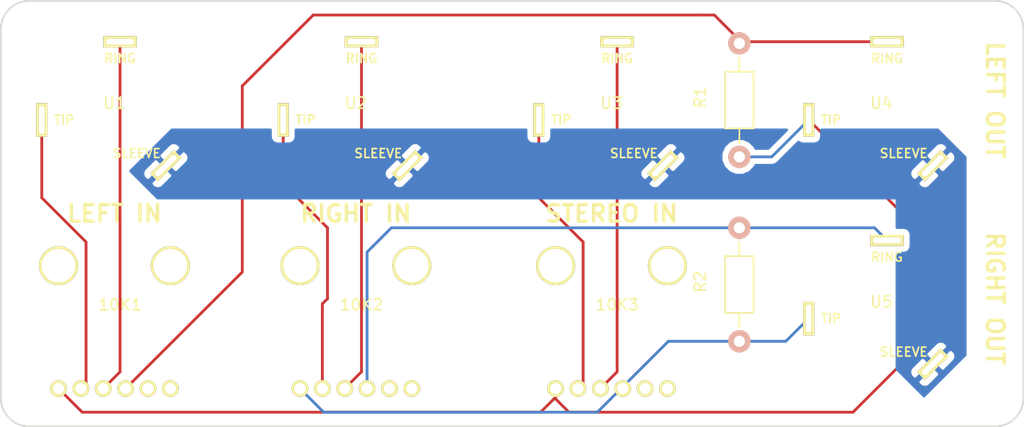
<source format=kicad_pcb>
(kicad_pcb (version 4) (host pcbnew 4.0.2-stable)

  (general
    (links 20)
    (no_connects 0)
    (area 111.684999 98.984999 203.275001 137.235001)
    (thickness 1.6)
    (drawings 18)
    (tracks 53)
    (zones 0)
    (modules 10)
    (nets 12)
  )

  (page A4)
  (layers
    (0 F.Cu signal)
    (31 B.Cu signal)
    (32 B.Adhes user hide)
    (33 F.Adhes user hide)
    (34 B.Paste user hide)
    (35 F.Paste user hide)
    (36 B.SilkS user hide)
    (37 F.SilkS user)
    (38 B.Mask user hide)
    (39 F.Mask user hide)
    (40 Dwgs.User user hide)
    (41 Cmts.User user hide)
    (42 Eco1.User user hide)
    (43 Eco2.User user hide)
    (44 Edge.Cuts user)
    (45 Margin user)
    (46 B.CrtYd user)
    (47 F.CrtYd user)
    (48 B.Fab user)
    (49 F.Fab user)
  )

  (setup
    (last_trace_width 0.25)
    (trace_clearance 0.2)
    (zone_clearance 0.508)
    (zone_45_only no)
    (trace_min 0.2)
    (segment_width 0.2)
    (edge_width 0.15)
    (via_size 0.6)
    (via_drill 0.4)
    (via_min_size 0.4)
    (via_min_drill 0.3)
    (uvia_size 0.3)
    (uvia_drill 0.1)
    (uvias_allowed no)
    (uvia_min_size 0.2)
    (uvia_min_drill 0.1)
    (pcb_text_width 0.3)
    (pcb_text_size 1.5 1.5)
    (mod_edge_width 0.15)
    (mod_text_size 1 1)
    (mod_text_width 0.15)
    (pad_size 1.524 1.524)
    (pad_drill 0.762)
    (pad_to_mask_clearance 0.2)
    (aux_axis_origin 0 0)
    (visible_elements FFFEFF7F)
    (pcbplotparams
      (layerselection 0x00030_80000001)
      (usegerberextensions false)
      (excludeedgelayer true)
      (linewidth 0.100000)
      (plotframeref false)
      (viasonmask false)
      (mode 1)
      (useauxorigin false)
      (hpglpennumber 1)
      (hpglpenspeed 20)
      (hpglpendiameter 15)
      (hpglpenoverlay 2)
      (psnegative false)
      (psa4output false)
      (plotreference true)
      (plotvalue true)
      (plotinvisibletext false)
      (padsonsilk false)
      (subtractmaskfromsilk false)
      (outputformat 1)
      (mirror false)
      (drillshape 1)
      (scaleselection 1)
      (outputdirectory ""))
  )

  (net 0 "")
  (net 1 "Net-(10K1-Pad2)")
  (net 2 "Net-(10K1-Pad1)")
  (net 3 "Net-(10K1-Pad4)")
  (net 4 "Net-(10K1-Pad5)")
  (net 5 "Net-(10K2-Pad2)")
  (net 6 "Net-(10K2-Pad1)")
  (net 7 "Net-(10K2-Pad4)")
  (net 8 "Net-(10K2-Pad5)")
  (net 9 "Net-(10K3-Pad1)")
  (net 10 "Net-(10K3-Pad4)")
  (net 11 GND)

  (net_class Default "This is the default net class."
    (clearance 0.2)
    (trace_width 0.25)
    (via_dia 0.6)
    (via_drill 0.4)
    (uvia_dia 0.3)
    (uvia_drill 0.1)
    (add_net GND)
    (add_net "Net-(10K1-Pad1)")
    (add_net "Net-(10K1-Pad2)")
    (add_net "Net-(10K1-Pad4)")
    (add_net "Net-(10K1-Pad5)")
    (add_net "Net-(10K2-Pad1)")
    (add_net "Net-(10K2-Pad2)")
    (add_net "Net-(10K2-Pad4)")
    (add_net "Net-(10K2-Pad5)")
    (add_net "Net-(10K3-Pad1)")
    (add_net "Net-(10K3-Pad4)")
  )

  (module audio:alps-dual-gang-vertical-pot-RK12L12C0A0G (layer F.Cu) (tedit 5762039E) (tstamp 57620510)
    (at 121.92 128.27)
    (path /57600461)
    (fp_text reference 10K1 (at 0.5 -2) (layer F.SilkS)
      (effects (font (size 1 1) (thickness 0.15)))
    )
    (fp_text value DUAL_POT (at 0.5 1.5) (layer F.Fab)
      (effects (font (size 1 1) (thickness 0.15)))
    )
    (pad b thru_hole circle (at -5 -5.5) (size 3.5 3.5) (drill 3) (layers *.Cu *.Mask F.SilkS))
    (pad 3 thru_hole circle (at 5 5.5) (size 1.5 1.5) (drill 1) (layers *.Cu *.Mask F.SilkS))
    (pad 6 thru_hole circle (at 3 5.5) (size 1.5 1.5) (drill 1) (layers *.Cu *.Mask F.SilkS))
    (pad 2 thru_hole circle (at -5 5.5) (size 1.5 1.5) (drill 1) (layers *.Cu *.Mask F.SilkS)
      (net 1 "Net-(10K1-Pad2)"))
    (pad 1 thru_hole circle (at -3 5.5) (size 1.5 1.5) (drill 1) (layers *.Cu *.Mask F.SilkS)
      (net 2 "Net-(10K1-Pad1)"))
    (pad 4 thru_hole circle (at -1 5.5) (size 1.5 1.5) (drill 1) (layers *.Cu *.Mask F.SilkS)
      (net 3 "Net-(10K1-Pad4)"))
    (pad 5 thru_hole circle (at 1 5.5) (size 1.5 1.5) (drill 1) (layers *.Cu *.Mask F.SilkS)
      (net 4 "Net-(10K1-Pad5)"))
    (pad a thru_hole circle (at 5 -5.5) (size 3.5 3.5) (drill 3) (layers *.Cu *.Mask F.SilkS))
  )

  (module audio:alps-dual-gang-vertical-pot-RK12L12C0A0G (layer F.Cu) (tedit 5762039E) (tstamp 5762051C)
    (at 143.51 128.27)
    (path /576005CD)
    (fp_text reference 10K2 (at 0.5 -2) (layer F.SilkS)
      (effects (font (size 1 1) (thickness 0.15)))
    )
    (fp_text value DUAL_POT (at 0.5 1.5) (layer F.Fab)
      (effects (font (size 1 1) (thickness 0.15)))
    )
    (pad b thru_hole circle (at -5 -5.5) (size 3.5 3.5) (drill 3) (layers *.Cu *.Mask F.SilkS))
    (pad 3 thru_hole circle (at 5 5.5) (size 1.5 1.5) (drill 1) (layers *.Cu *.Mask F.SilkS))
    (pad 6 thru_hole circle (at 3 5.5) (size 1.5 1.5) (drill 1) (layers *.Cu *.Mask F.SilkS))
    (pad 2 thru_hole circle (at -5 5.5) (size 1.5 1.5) (drill 1) (layers *.Cu *.Mask F.SilkS)
      (net 5 "Net-(10K2-Pad2)"))
    (pad 1 thru_hole circle (at -3 5.5) (size 1.5 1.5) (drill 1) (layers *.Cu *.Mask F.SilkS)
      (net 6 "Net-(10K2-Pad1)"))
    (pad 4 thru_hole circle (at -1 5.5) (size 1.5 1.5) (drill 1) (layers *.Cu *.Mask F.SilkS)
      (net 7 "Net-(10K2-Pad4)"))
    (pad 5 thru_hole circle (at 1 5.5) (size 1.5 1.5) (drill 1) (layers *.Cu *.Mask F.SilkS)
      (net 8 "Net-(10K2-Pad5)"))
    (pad a thru_hole circle (at 5 -5.5) (size 3.5 3.5) (drill 3) (layers *.Cu *.Mask F.SilkS))
  )

  (module audio:alps-dual-gang-vertical-pot-RK12L12C0A0G (layer F.Cu) (tedit 5762039E) (tstamp 57620528)
    (at 166.37 128.27)
    (path /57600691)
    (fp_text reference 10K3 (at 0.5 -2) (layer F.SilkS)
      (effects (font (size 1 1) (thickness 0.15)))
    )
    (fp_text value DUAL_POT (at 0.5 1.5) (layer F.Fab)
      (effects (font (size 1 1) (thickness 0.15)))
    )
    (pad b thru_hole circle (at -5 -5.5) (size 3.5 3.5) (drill 3) (layers *.Cu *.Mask F.SilkS))
    (pad 3 thru_hole circle (at 5 5.5) (size 1.5 1.5) (drill 1) (layers *.Cu *.Mask F.SilkS))
    (pad 6 thru_hole circle (at 3 5.5) (size 1.5 1.5) (drill 1) (layers *.Cu *.Mask F.SilkS))
    (pad 2 thru_hole circle (at -5 5.5) (size 1.5 1.5) (drill 1) (layers *.Cu *.Mask F.SilkS)
      (net 1 "Net-(10K1-Pad2)"))
    (pad 1 thru_hole circle (at -3 5.5) (size 1.5 1.5) (drill 1) (layers *.Cu *.Mask F.SilkS)
      (net 9 "Net-(10K3-Pad1)"))
    (pad 4 thru_hole circle (at -1 5.5) (size 1.5 1.5) (drill 1) (layers *.Cu *.Mask F.SilkS)
      (net 10 "Net-(10K3-Pad4)"))
    (pad 5 thru_hole circle (at 1 5.5) (size 1.5 1.5) (drill 1) (layers *.Cu *.Mask F.SilkS)
      (net 5 "Net-(10K2-Pad2)"))
    (pad a thru_hole circle (at 5 -5.5) (size 3.5 3.5) (drill 3) (layers *.Cu *.Mask F.SilkS))
  )

  (module audio:0.25-jack (layer F.Cu) (tedit 57620071) (tstamp 57620532)
    (at 121.92 109.22)
    (path /576202BA)
    (fp_text reference U1 (at 0 -1) (layer F.SilkS)
      (effects (font (size 1 1) (thickness 0.15)))
    )
    (fp_text value 0.25mm_Jack (at 0 1) (layer F.Fab)
      (effects (font (size 1 1) (thickness 0.15)))
    )
    (fp_text user SLEEVE (at 2 3.5) (layer F.SilkS)
      (effects (font (size 0.8 0.8) (thickness 0.15)))
    )
    (fp_text user RING (at 0.5 -5) (layer F.SilkS)
      (effects (font (size 0.8 0.8) (thickness 0.15)))
    )
    (fp_text user TIP (at -4.5 0.5) (layer F.SilkS)
      (effects (font (size 0.8 0.8) (thickness 0.15)))
    )
    (pad 3 thru_hole rect (at 4.596194 4.596194 135) (size 1 3) (drill oval 0.5 2.5) (layers *.Cu *.Mask F.SilkS)
      (net 11 GND))
    (pad 1 thru_hole rect (at -6.5 0.5) (size 1 3) (drill oval 0.5 2.5) (layers *.Cu *.Mask F.SilkS)
      (net 2 "Net-(10K1-Pad1)"))
    (pad 2 thru_hole rect (at 0.5 -6.5 90) (size 1 3) (drill oval 0.5 2.5) (layers *.Cu *.Mask F.SilkS)
      (net 3 "Net-(10K1-Pad4)"))
  )

  (module audio:0.25-jack (layer F.Cu) (tedit 57620071) (tstamp 5762053C)
    (at 143.51 109.22)
    (path /57620289)
    (fp_text reference U2 (at 0 -1) (layer F.SilkS)
      (effects (font (size 1 1) (thickness 0.15)))
    )
    (fp_text value 0.25mm_Jack (at 0 1) (layer F.Fab)
      (effects (font (size 1 1) (thickness 0.15)))
    )
    (fp_text user SLEEVE (at 2 3.5) (layer F.SilkS)
      (effects (font (size 0.8 0.8) (thickness 0.15)))
    )
    (fp_text user RING (at 0.5 -5) (layer F.SilkS)
      (effects (font (size 0.8 0.8) (thickness 0.15)))
    )
    (fp_text user TIP (at -4.5 0.5) (layer F.SilkS)
      (effects (font (size 0.8 0.8) (thickness 0.15)))
    )
    (pad 3 thru_hole rect (at 4.596194 4.596194 135) (size 1 3) (drill oval 0.5 2.5) (layers *.Cu *.Mask F.SilkS)
      (net 11 GND))
    (pad 1 thru_hole rect (at -6.5 0.5) (size 1 3) (drill oval 0.5 2.5) (layers *.Cu *.Mask F.SilkS)
      (net 6 "Net-(10K2-Pad1)"))
    (pad 2 thru_hole rect (at 0.5 -6.5 90) (size 1 3) (drill oval 0.5 2.5) (layers *.Cu *.Mask F.SilkS)
      (net 7 "Net-(10K2-Pad4)"))
  )

  (module audio:0.25-jack (layer F.Cu) (tedit 57620071) (tstamp 57620546)
    (at 166.37 109.22)
    (path /576201E7)
    (fp_text reference U3 (at 0 -1) (layer F.SilkS)
      (effects (font (size 1 1) (thickness 0.15)))
    )
    (fp_text value 0.25mm_Jack (at 0 1) (layer F.Fab)
      (effects (font (size 1 1) (thickness 0.15)))
    )
    (fp_text user SLEEVE (at 2 3.5) (layer F.SilkS)
      (effects (font (size 0.8 0.8) (thickness 0.15)))
    )
    (fp_text user RING (at 0.5 -5) (layer F.SilkS)
      (effects (font (size 0.8 0.8) (thickness 0.15)))
    )
    (fp_text user TIP (at -4.5 0.5) (layer F.SilkS)
      (effects (font (size 0.8 0.8) (thickness 0.15)))
    )
    (pad 3 thru_hole rect (at 4.596194 4.596194 135) (size 1 3) (drill oval 0.5 2.5) (layers *.Cu *.Mask F.SilkS)
      (net 11 GND))
    (pad 1 thru_hole rect (at -6.5 0.5) (size 1 3) (drill oval 0.5 2.5) (layers *.Cu *.Mask F.SilkS)
      (net 9 "Net-(10K3-Pad1)"))
    (pad 2 thru_hole rect (at 0.5 -6.5 90) (size 1 3) (drill oval 0.5 2.5) (layers *.Cu *.Mask F.SilkS)
      (net 10 "Net-(10K3-Pad4)"))
  )

  (module audio:0.25-jack (layer F.Cu) (tedit 57620071) (tstamp 57620550)
    (at 190.5 109.22)
    (path /576205A2)
    (fp_text reference U4 (at 0 -1) (layer F.SilkS)
      (effects (font (size 1 1) (thickness 0.15)))
    )
    (fp_text value 0.25mm_Jack (at 0 1) (layer F.Fab)
      (effects (font (size 1 1) (thickness 0.15)))
    )
    (fp_text user SLEEVE (at 2 3.5) (layer F.SilkS)
      (effects (font (size 0.8 0.8) (thickness 0.15)))
    )
    (fp_text user RING (at 0.5 -5) (layer F.SilkS)
      (effects (font (size 0.8 0.8) (thickness 0.15)))
    )
    (fp_text user TIP (at -4.5 0.5) (layer F.SilkS)
      (effects (font (size 0.8 0.8) (thickness 0.15)))
    )
    (pad 3 thru_hole rect (at 4.596194 4.596194 135) (size 1 3) (drill oval 0.5 2.5) (layers *.Cu *.Mask F.SilkS)
      (net 11 GND))
    (pad 1 thru_hole rect (at -6.5 0.5) (size 1 3) (drill oval 0.5 2.5) (layers *.Cu *.Mask F.SilkS)
      (net 1 "Net-(10K1-Pad2)"))
    (pad 2 thru_hole rect (at 0.5 -6.5 90) (size 1 3) (drill oval 0.5 2.5) (layers *.Cu *.Mask F.SilkS)
      (net 4 "Net-(10K1-Pad5)"))
  )

  (module audio:0.25-jack (layer F.Cu) (tedit 57620071) (tstamp 5762055A)
    (at 190.5 127)
    (path /576205EC)
    (fp_text reference U5 (at 0 -1) (layer F.SilkS)
      (effects (font (size 1 1) (thickness 0.15)))
    )
    (fp_text value 0.25mm_Jack (at 0 1) (layer F.Fab)
      (effects (font (size 1 1) (thickness 0.15)))
    )
    (fp_text user SLEEVE (at 2 3.5) (layer F.SilkS)
      (effects (font (size 0.8 0.8) (thickness 0.15)))
    )
    (fp_text user RING (at 0.5 -5) (layer F.SilkS)
      (effects (font (size 0.8 0.8) (thickness 0.15)))
    )
    (fp_text user TIP (at -4.5 0.5) (layer F.SilkS)
      (effects (font (size 0.8 0.8) (thickness 0.15)))
    )
    (pad 3 thru_hole rect (at 4.596194 4.596194 135) (size 1 3) (drill oval 0.5 2.5) (layers *.Cu *.Mask F.SilkS)
      (net 11 GND))
    (pad 1 thru_hole rect (at -6.5 0.5) (size 1 3) (drill oval 0.5 2.5) (layers *.Cu *.Mask F.SilkS)
      (net 5 "Net-(10K2-Pad2)"))
    (pad 2 thru_hole rect (at 0.5 -6.5 90) (size 1 3) (drill oval 0.5 2.5) (layers *.Cu *.Mask F.SilkS)
      (net 8 "Net-(10K2-Pad5)"))
  )

  (module Resistors_ThroughHole:Resistor_Horizontal_RM10mm (layer F.Cu) (tedit 56648415) (tstamp 576229C8)
    (at 177.8 113.03 90)
    (descr "Resistor, Axial,  RM 10mm, 1/3W")
    (tags "Resistor Axial RM 10mm 1/3W")
    (path /576218E6)
    (fp_text reference R1 (at 5.32892 -3.50012 90) (layer F.SilkS)
      (effects (font (size 1 1) (thickness 0.15)))
    )
    (fp_text value 200 (at 5.08 3.81 90) (layer F.Fab)
      (effects (font (size 1 1) (thickness 0.15)))
    )
    (fp_line (start -1.25 -1.5) (end 11.4 -1.5) (layer F.CrtYd) (width 0.05))
    (fp_line (start -1.25 1.5) (end -1.25 -1.5) (layer F.CrtYd) (width 0.05))
    (fp_line (start 11.4 -1.5) (end 11.4 1.5) (layer F.CrtYd) (width 0.05))
    (fp_line (start -1.25 1.5) (end 11.4 1.5) (layer F.CrtYd) (width 0.05))
    (fp_line (start 2.54 -1.27) (end 7.62 -1.27) (layer F.SilkS) (width 0.15))
    (fp_line (start 7.62 -1.27) (end 7.62 1.27) (layer F.SilkS) (width 0.15))
    (fp_line (start 7.62 1.27) (end 2.54 1.27) (layer F.SilkS) (width 0.15))
    (fp_line (start 2.54 1.27) (end 2.54 -1.27) (layer F.SilkS) (width 0.15))
    (fp_line (start 2.54 0) (end 1.27 0) (layer F.SilkS) (width 0.15))
    (fp_line (start 7.62 0) (end 8.89 0) (layer F.SilkS) (width 0.15))
    (pad 1 thru_hole circle (at 0 0 90) (size 1.99898 1.99898) (drill 1.00076) (layers *.Cu *.SilkS *.Mask)
      (net 1 "Net-(10K1-Pad2)"))
    (pad 2 thru_hole circle (at 10.16 0 90) (size 1.99898 1.99898) (drill 1.00076) (layers *.Cu *.SilkS *.Mask)
      (net 4 "Net-(10K1-Pad5)"))
    (model Resistors_ThroughHole.3dshapes/Resistor_Horizontal_RM10mm.wrl
      (at (xyz 0.2 0 0))
      (scale (xyz 0.4 0.4 0.4))
      (rotate (xyz 0 0 0))
    )
  )

  (module Resistors_ThroughHole:Resistor_Horizontal_RM10mm (layer F.Cu) (tedit 56648415) (tstamp 576229CE)
    (at 177.8 129.54 90)
    (descr "Resistor, Axial,  RM 10mm, 1/3W")
    (tags "Resistor Axial RM 10mm 1/3W")
    (path /5762179A)
    (fp_text reference R2 (at 5.32892 -3.50012 90) (layer F.SilkS)
      (effects (font (size 1 1) (thickness 0.15)))
    )
    (fp_text value 200 (at 5.08 3.81 90) (layer F.Fab)
      (effects (font (size 1 1) (thickness 0.15)))
    )
    (fp_line (start -1.25 -1.5) (end 11.4 -1.5) (layer F.CrtYd) (width 0.05))
    (fp_line (start -1.25 1.5) (end -1.25 -1.5) (layer F.CrtYd) (width 0.05))
    (fp_line (start 11.4 -1.5) (end 11.4 1.5) (layer F.CrtYd) (width 0.05))
    (fp_line (start -1.25 1.5) (end 11.4 1.5) (layer F.CrtYd) (width 0.05))
    (fp_line (start 2.54 -1.27) (end 7.62 -1.27) (layer F.SilkS) (width 0.15))
    (fp_line (start 7.62 -1.27) (end 7.62 1.27) (layer F.SilkS) (width 0.15))
    (fp_line (start 7.62 1.27) (end 2.54 1.27) (layer F.SilkS) (width 0.15))
    (fp_line (start 2.54 1.27) (end 2.54 -1.27) (layer F.SilkS) (width 0.15))
    (fp_line (start 2.54 0) (end 1.27 0) (layer F.SilkS) (width 0.15))
    (fp_line (start 7.62 0) (end 8.89 0) (layer F.SilkS) (width 0.15))
    (pad 1 thru_hole circle (at 0 0 90) (size 1.99898 1.99898) (drill 1.00076) (layers *.Cu *.SilkS *.Mask)
      (net 5 "Net-(10K2-Pad2)"))
    (pad 2 thru_hole circle (at 10.16 0 90) (size 1.99898 1.99898) (drill 1.00076) (layers *.Cu *.SilkS *.Mask)
      (net 8 "Net-(10K2-Pad5)"))
    (model Resistors_ThroughHole.3dshapes/Resistor_Horizontal_RM10mm.wrl
      (at (xyz 0.2 0 0))
      (scale (xyz 0.4 0.4 0.4))
      (rotate (xyz 0 0 0))
    )
  )

  (gr_text "RIGHT IN" (at 143.51 118.11) (layer F.SilkS)
    (effects (font (size 1.5 1.5) (thickness 0.3)))
  )
  (gr_text "LEFT IN" (at 121.92 118.11) (layer F.SilkS)
    (effects (font (size 1.5 1.5) (thickness 0.3)))
  )
  (gr_text "STEREO IN" (at 166.37 118.11) (layer F.SilkS)
    (effects (font (size 1.5 1.5) (thickness 0.3)))
  )
  (gr_text "RIGHT OUT" (at 200.66 125.73 270) (layer F.SilkS)
    (effects (font (size 1.5 1.5) (thickness 0.3)))
  )
  (gr_text "LEFT OUT" (at 200.66 107.95 270) (layer F.SilkS)
    (effects (font (size 1.5 1.5) (thickness 0.3)))
  )
  (gr_line (start 111.76 134.62) (end 111.76 101.6) (angle 90) (layer Edge.Cuts) (width 0.15))
  (gr_line (start 200.66 137.16) (end 114.3 137.16) (angle 90) (layer Edge.Cuts) (width 0.15))
  (gr_line (start 200.66 99.06) (end 114.3 99.06) (angle 90) (layer Edge.Cuts) (width 0.15))
  (gr_line (start 203.2 134.62) (end 203.2 101.6) (angle 90) (layer Edge.Cuts) (width 0.15))
  (gr_line (start 203.2 101.6) (end 203.2 134.62) (angle 90) (layer Edge.Cuts) (width 0.15))
  (gr_arc (start 114.3 134.62) (end 114.3 137.16) (angle 90) (layer Edge.Cuts) (width 0.15))
  (gr_arc (start 114.3 101.6) (end 111.76 101.6) (angle 90) (layer Edge.Cuts) (width 0.15))
  (gr_arc (start 200.66 101.6) (end 200.66 99.06) (angle 90) (layer Edge.Cuts) (width 0.15))
  (gr_arc (start 200.66 134.62) (end 203.2 134.62) (angle 90) (layer Edge.Cuts) (width 0.15))
  (gr_line (start 111.76 137.16) (end 111.76 99.06) (angle 90) (layer Eco1.User) (width 0.2))
  (gr_line (start 203.2 137.16) (end 111.76 137.16) (angle 90) (layer Eco1.User) (width 0.2))
  (gr_line (start 203.2 99.06) (end 203.2 137.16) (angle 90) (layer Eco1.User) (width 0.2))
  (gr_line (start 111.76 99.06) (end 203.2 99.06) (angle 90) (layer Eco1.User) (width 0.2))

  (segment (start 161.37 134.54) (end 160.02 135.89) (width 0.25) (layer F.Cu) (net 1) (tstamp 57622CFF))
  (segment (start 160.02 135.89) (end 119.04 135.89) (width 0.25) (layer F.Cu) (net 1) (tstamp 57622D02))
  (segment (start 119.04 135.89) (end 116.92 133.77) (width 0.25) (layer F.Cu) (net 1) (tstamp 57622D09))
  (segment (start 161.37 133.77) (end 161.37 134.54) (width 0.25) (layer F.Cu) (net 1))
  (segment (start 161.37 133.77) (end 161.37 134.7) (width 0.25) (layer F.Cu) (net 1))
  (segment (start 161.37 134.7) (end 162.56 135.89) (width 0.25) (layer F.Cu) (net 1) (tstamp 57620C29))
  (segment (start 194.31 120.03) (end 184 109.72) (width 0.25) (layer F.Cu) (net 1) (tstamp 57620C48))
  (segment (start 180.69 113.03) (end 184 109.72) (width 0.25) (layer B.Cu) (net 1) (tstamp 57622A49))
  (segment (start 177.8 113.03) (end 180.69 113.03) (width 0.25) (layer B.Cu) (net 1))
  (segment (start 194.31 129.54) (end 194.31 120.03) (width 0.25) (layer F.Cu) (net 1) (tstamp 57620C3C))
  (segment (start 187.96 135.89) (end 194.31 129.54) (width 0.25) (layer F.Cu) (net 1) (tstamp 57620C37))
  (segment (start 162.56 135.89) (end 187.96 135.89) (width 0.25) (layer F.Cu) (net 1) (tstamp 57620C30))
  (segment (start 115.42 109.72) (end 115.42 116.69) (width 0.25) (layer F.Cu) (net 2))
  (segment (start 119.38 120.65) (end 119.38 133.31) (width 0.25) (layer F.Cu) (net 2) (tstamp 57620B8E))
  (segment (start 115.42 116.69) (end 119.38 120.65) (width 0.25) (layer F.Cu) (net 2) (tstamp 57620B89))
  (segment (start 119.38 133.31) (end 118.92 133.77) (width 0.25) (layer F.Cu) (net 2) (tstamp 57620B91))
  (segment (start 122.42 102.72) (end 122.42 132.27) (width 0.25) (layer F.Cu) (net 3))
  (segment (start 122.42 132.27) (end 120.92 133.77) (width 0.25) (layer F.Cu) (net 3) (tstamp 57620B7F))
  (segment (start 191 102.72) (end 177.95 102.72) (width 0.25) (layer F.Cu) (net 4))
  (segment (start 177.95 102.72) (end 175.56 100.33) (width 0.25) (layer F.Cu) (net 4) (tstamp 57622A34))
  (segment (start 175.56 100.33) (end 173.99 100.33) (width 0.25) (layer F.Cu) (net 4) (tstamp 57622A36))
  (segment (start 139.7 100.33) (end 138.43 101.6) (width 0.25) (layer F.Cu) (net 4) (tstamp 576222D0))
  (segment (start 173.99 100.33) (end 139.7 100.33) (width 0.25) (layer F.Cu) (net 4) (tstamp 576222CD))
  (segment (start 133.35 106.68) (end 133.35 123.34) (width 0.25) (layer F.Cu) (net 4) (tstamp 5762228B))
  (segment (start 122.92 133.77) (end 133.35 123.34) (width 0.25) (layer F.Cu) (net 4) (tstamp 5762228F))
  (segment (start 138.43 101.6) (end 133.35 106.68) (width 0.25) (layer F.Cu) (net 4))
  (segment (start 177.8 129.54) (end 181.96 129.54) (width 0.25) (layer B.Cu) (net 5))
  (segment (start 181.96 129.54) (end 184 127.5) (width 0.25) (layer B.Cu) (net 5) (tstamp 57622FE6))
  (segment (start 167.37 133.77) (end 167.37 133.62) (width 0.25) (layer B.Cu) (net 5))
  (segment (start 167.37 133.62) (end 171.45 129.54) (width 0.25) (layer B.Cu) (net 5) (tstamp 57622FD8))
  (segment (start 171.45 129.54) (end 177.8 129.54) (width 0.25) (layer B.Cu) (net 5) (tstamp 57622FE0))
  (segment (start 140.63 135.89) (end 138.51 133.77) (width 0.25) (layer B.Cu) (net 5) (tstamp 57622F61))
  (segment (start 165.1 135.89) (end 140.63 135.89) (width 0.25) (layer B.Cu) (net 5) (tstamp 57622F5C))
  (segment (start 167.22 133.77) (end 165.1 135.89) (width 0.25) (layer B.Cu) (net 5) (tstamp 57622F55))
  (segment (start 167.37 133.77) (end 167.22 133.77) (width 0.25) (layer B.Cu) (net 5))
  (segment (start 137.01 115.42) (end 137.01 109.72) (width 0.25) (layer F.Cu) (net 6) (tstamp 57620B5E))
  (segment (start 140.51 133.77) (end 140.51 126.19) (width 0.25) (layer F.Cu) (net 6))
  (segment (start 140.97 119.38) (end 137.01 115.42) (width 0.25) (layer F.Cu) (net 6) (tstamp 57620B5A))
  (segment (start 140.97 125.73) (end 140.97 119.38) (width 0.25) (layer F.Cu) (net 6) (tstamp 57620B55))
  (segment (start 140.51 126.19) (end 140.97 125.73) (width 0.25) (layer F.Cu) (net 6) (tstamp 57620B4C))
  (segment (start 144.01 102.72) (end 144.01 132.27) (width 0.25) (layer F.Cu) (net 7))
  (segment (start 144.01 132.27) (end 142.51 133.77) (width 0.25) (layer F.Cu) (net 7) (tstamp 57620B3D))
  (segment (start 144.51 121.555) (end 146.685 119.38) (width 0.25) (layer B.Cu) (net 8) (tstamp 57622D38))
  (segment (start 177.8 119.38) (end 189.88 119.38) (width 0.25) (layer B.Cu) (net 8))
  (segment (start 189.88 119.38) (end 191 120.5) (width 0.25) (layer B.Cu) (net 8) (tstamp 57622D44))
  (segment (start 177.8 119.38) (end 146.685 119.38) (width 0.25) (layer B.Cu) (net 8))
  (segment (start 144.51 121.555) (end 144.51 133.77) (width 0.25) (layer B.Cu) (net 8))
  (segment (start 163.83 120.65) (end 163.83 133.31) (width 0.25) (layer F.Cu) (net 9) (tstamp 57620BB1))
  (segment (start 159.87 109.72) (end 159.87 116.69) (width 0.25) (layer F.Cu) (net 9))
  (segment (start 159.87 116.69) (end 163.83 120.65) (width 0.25) (layer F.Cu) (net 9) (tstamp 57620BAD))
  (segment (start 163.83 133.31) (end 163.37 133.77) (width 0.25) (layer F.Cu) (net 9) (tstamp 57620BB7))
  (segment (start 166.87 102.72) (end 166.87 132.27) (width 0.25) (layer F.Cu) (net 10))
  (segment (start 166.87 132.27) (end 165.37 133.77) (width 0.25) (layer F.Cu) (net 10) (tstamp 57620B9C))

  (zone (net 11) (net_name GND) (layer B.Cu) (tstamp 576224BF) (hatch edge 0.508)
    (connect_pads (clearance 0.508))
    (min_thickness 0.254)
    (fill yes (arc_segments 16) (thermal_gap 0.508) (thermal_bridge_width 0.508))
    (polygon
      (pts
        (xy 127 110.49) (xy 195.58 110.49) (xy 198.12 113.03) (xy 198.12 130.81) (xy 194.31 134.62)
        (xy 191.77 132.08) (xy 191.77 116.84) (xy 125.73 116.84) (xy 123.19 114.3) (xy 127 110.49)
      )
    )
    (filled_polygon
      (pts
        (xy 135.86256 111.22) (xy 135.906838 111.455317) (xy 136.04591 111.671441) (xy 136.25811 111.816431) (xy 136.51 111.86744)
        (xy 137.51 111.86744) (xy 137.745317 111.823162) (xy 137.961441 111.68409) (xy 138.106431 111.47189) (xy 138.15744 111.22)
        (xy 138.15744 110.617) (xy 158.72256 110.617) (xy 158.72256 111.22) (xy 158.766838 111.455317) (xy 158.90591 111.671441)
        (xy 159.11811 111.816431) (xy 159.37 111.86744) (xy 160.37 111.86744) (xy 160.605317 111.823162) (xy 160.821441 111.68409)
        (xy 160.966431 111.47189) (xy 161.01744 111.22) (xy 161.01744 110.617) (xy 182.028198 110.617) (xy 180.375198 112.27)
        (xy 179.254496 112.27) (xy 179.186462 112.105345) (xy 178.727073 111.645154) (xy 178.126547 111.395794) (xy 177.476306 111.395226)
        (xy 176.875345 111.643538) (xy 176.415154 112.102927) (xy 176.165794 112.703453) (xy 176.165226 113.353694) (xy 176.413538 113.954655)
        (xy 176.872927 114.414846) (xy 177.473453 114.664206) (xy 178.123694 114.664774) (xy 178.724655 114.416462) (xy 178.744158 114.396992)
        (xy 193.04698 114.396992) (xy 193.046981 114.649611) (xy 193.143654 114.883) (xy 193.384465 115.123811) (xy 193.608972 115.123811)
        (xy 194.916589 113.816194) (xy 195.275799 113.816194) (xy 195.87631 114.416704) (xy 196.100816 114.416704) (xy 197.048735 113.468785)
        (xy 197.145408 113.235396) (xy 197.145407 112.982777) (xy 197.048734 112.749388) (xy 196.807923 112.508577) (xy 196.583416 112.508577)
        (xy 195.275799 113.816194) (xy 194.916589 113.816194) (xy 194.316078 113.215684) (xy 194.091572 113.215684) (xy 193.143653 114.163603)
        (xy 193.04698 114.396992) (xy 178.744158 114.396992) (xy 179.184846 113.957073) (xy 179.254221 113.79) (xy 180.69 113.79)
        (xy 180.980839 113.732148) (xy 181.227401 113.567401) (xy 181.98323 112.811572) (xy 194.495684 112.811572) (xy 194.495684 113.036078)
        (xy 195.096194 113.636589) (xy 196.403811 112.328972) (xy 196.403811 112.104465) (xy 196.163 111.863654) (xy 195.929611 111.766981)
        (xy 195.676992 111.76698) (xy 195.443603 111.863653) (xy 194.495684 112.811572) (xy 181.98323 112.811572) (xy 183.087863 111.706939)
        (xy 183.24811 111.816431) (xy 183.5 111.86744) (xy 184.5 111.86744) (xy 184.735317 111.823162) (xy 184.951441 111.68409)
        (xy 185.096431 111.47189) (xy 185.14744 111.22) (xy 185.14744 110.617) (xy 195.527394 110.617) (xy 197.993 113.082606)
        (xy 197.993 130.757394) (xy 194.31 134.440394) (xy 192.953022 133.083416) (xy 193.788577 133.083416) (xy 193.788577 133.307923)
        (xy 194.029388 133.548734) (xy 194.262777 133.645407) (xy 194.515396 133.645408) (xy 194.748785 133.548735) (xy 195.696704 132.600816)
        (xy 195.696704 132.37631) (xy 195.096194 131.775799) (xy 193.788577 133.083416) (xy 192.953022 133.083416) (xy 192.046598 132.176992)
        (xy 193.04698 132.176992) (xy 193.046981 132.429611) (xy 193.143654 132.663) (xy 193.384465 132.903811) (xy 193.608972 132.903811)
        (xy 194.916589 131.596194) (xy 195.275799 131.596194) (xy 195.87631 132.196704) (xy 196.100816 132.196704) (xy 197.048735 131.248785)
        (xy 197.145408 131.015396) (xy 197.145407 130.762777) (xy 197.048734 130.529388) (xy 196.807923 130.288577) (xy 196.583416 130.288577)
        (xy 195.275799 131.596194) (xy 194.916589 131.596194) (xy 194.316078 130.995684) (xy 194.091572 130.995684) (xy 193.143653 131.943603)
        (xy 193.04698 132.176992) (xy 192.046598 132.176992) (xy 191.897 132.027394) (xy 191.897 130.591572) (xy 194.495684 130.591572)
        (xy 194.495684 130.816078) (xy 195.096194 131.416589) (xy 196.403811 130.108972) (xy 196.403811 129.884465) (xy 196.163 129.643654)
        (xy 195.929611 129.546981) (xy 195.676992 129.54698) (xy 195.443603 129.643653) (xy 194.495684 130.591572) (xy 191.897 130.591572)
        (xy 191.897 121.64744) (xy 192.5 121.64744) (xy 192.735317 121.603162) (xy 192.951441 121.46409) (xy 193.096431 121.25189)
        (xy 193.14744 121) (xy 193.14744 120) (xy 193.103162 119.764683) (xy 192.96409 119.548559) (xy 192.75189 119.403569)
        (xy 192.5 119.35256) (xy 191.897 119.35256) (xy 191.897 116.84) (xy 191.886994 116.79059) (xy 191.858553 116.748965)
        (xy 191.816159 116.721685) (xy 191.77 116.713) (xy 125.782606 116.713) (xy 124.373022 115.303416) (xy 125.208577 115.303416)
        (xy 125.208577 115.527923) (xy 125.449388 115.768734) (xy 125.682777 115.865407) (xy 125.935396 115.865408) (xy 126.168785 115.768735)
        (xy 126.634104 115.303416) (xy 146.798577 115.303416) (xy 146.798577 115.527923) (xy 147.039388 115.768734) (xy 147.272777 115.865407)
        (xy 147.525396 115.865408) (xy 147.758785 115.768735) (xy 148.224104 115.303416) (xy 169.658577 115.303416) (xy 169.658577 115.527923)
        (xy 169.899388 115.768734) (xy 170.132777 115.865407) (xy 170.385396 115.865408) (xy 170.618785 115.768735) (xy 171.084104 115.303416)
        (xy 193.788577 115.303416) (xy 193.788577 115.527923) (xy 194.029388 115.768734) (xy 194.262777 115.865407) (xy 194.515396 115.865408)
        (xy 194.748785 115.768735) (xy 195.696704 114.820816) (xy 195.696704 114.59631) (xy 195.096194 113.995799) (xy 193.788577 115.303416)
        (xy 171.084104 115.303416) (xy 171.566704 114.820816) (xy 171.566704 114.59631) (xy 170.966194 113.995799) (xy 169.658577 115.303416)
        (xy 148.224104 115.303416) (xy 148.706704 114.820816) (xy 148.706704 114.59631) (xy 148.106194 113.995799) (xy 146.798577 115.303416)
        (xy 126.634104 115.303416) (xy 127.116704 114.820816) (xy 127.116704 114.59631) (xy 126.516194 113.995799) (xy 125.208577 115.303416)
        (xy 124.373022 115.303416) (xy 123.466598 114.396992) (xy 124.46698 114.396992) (xy 124.466981 114.649611) (xy 124.563654 114.883)
        (xy 124.804465 115.123811) (xy 125.028972 115.123811) (xy 126.336589 113.816194) (xy 126.695799 113.816194) (xy 127.29631 114.416704)
        (xy 127.520816 114.416704) (xy 127.540528 114.396992) (xy 146.05698 114.396992) (xy 146.056981 114.649611) (xy 146.153654 114.883)
        (xy 146.394465 115.123811) (xy 146.618972 115.123811) (xy 147.926589 113.816194) (xy 148.285799 113.816194) (xy 148.88631 114.416704)
        (xy 149.110816 114.416704) (xy 149.130528 114.396992) (xy 168.91698 114.396992) (xy 168.916981 114.649611) (xy 169.013654 114.883)
        (xy 169.254465 115.123811) (xy 169.478972 115.123811) (xy 170.786589 113.816194) (xy 171.145799 113.816194) (xy 171.74631 114.416704)
        (xy 171.970816 114.416704) (xy 172.918735 113.468785) (xy 173.015408 113.235396) (xy 173.015407 112.982777) (xy 172.918734 112.749388)
        (xy 172.677923 112.508577) (xy 172.453416 112.508577) (xy 171.145799 113.816194) (xy 170.786589 113.816194) (xy 170.186078 113.215684)
        (xy 169.961572 113.215684) (xy 169.013653 114.163603) (xy 168.91698 114.396992) (xy 149.130528 114.396992) (xy 150.058735 113.468785)
        (xy 150.155408 113.235396) (xy 150.155407 112.982777) (xy 150.084492 112.811572) (xy 170.365684 112.811572) (xy 170.365684 113.036078)
        (xy 170.966194 113.636589) (xy 172.273811 112.328972) (xy 172.273811 112.104465) (xy 172.033 111.863654) (xy 171.799611 111.766981)
        (xy 171.546992 111.76698) (xy 171.313603 111.863653) (xy 170.365684 112.811572) (xy 150.084492 112.811572) (xy 150.058734 112.749388)
        (xy 149.817923 112.508577) (xy 149.593416 112.508577) (xy 148.285799 113.816194) (xy 147.926589 113.816194) (xy 147.326078 113.215684)
        (xy 147.101572 113.215684) (xy 146.153653 114.163603) (xy 146.05698 114.396992) (xy 127.540528 114.396992) (xy 128.468735 113.468785)
        (xy 128.565408 113.235396) (xy 128.565407 112.982777) (xy 128.494492 112.811572) (xy 147.505684 112.811572) (xy 147.505684 113.036078)
        (xy 148.106194 113.636589) (xy 149.413811 112.328972) (xy 149.413811 112.104465) (xy 149.173 111.863654) (xy 148.939611 111.766981)
        (xy 148.686992 111.76698) (xy 148.453603 111.863653) (xy 147.505684 112.811572) (xy 128.494492 112.811572) (xy 128.468734 112.749388)
        (xy 128.227923 112.508577) (xy 128.003416 112.508577) (xy 126.695799 113.816194) (xy 126.336589 113.816194) (xy 125.736078 113.215684)
        (xy 125.511572 113.215684) (xy 124.563653 114.163603) (xy 124.46698 114.396992) (xy 123.466598 114.396992) (xy 123.369606 114.3)
        (xy 124.858034 112.811572) (xy 125.915684 112.811572) (xy 125.915684 113.036078) (xy 126.516194 113.636589) (xy 127.823811 112.328972)
        (xy 127.823811 112.104465) (xy 127.583 111.863654) (xy 127.349611 111.766981) (xy 127.096992 111.76698) (xy 126.863603 111.863653)
        (xy 125.915684 112.811572) (xy 124.858034 112.811572) (xy 127.052606 110.617) (xy 135.86256 110.617)
      )
    )
  )
)

</source>
